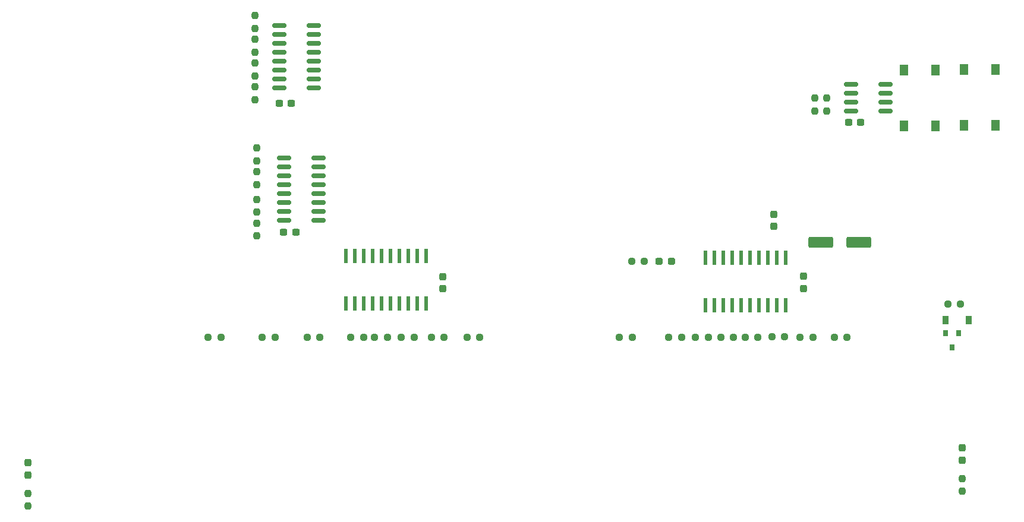
<source format=gbr>
%TF.GenerationSoftware,KiCad,Pcbnew,(6.0.7)*%
%TF.CreationDate,2022-08-20T02:55:52-04:00*%
%TF.ProjectId,Pi_Zero_W_16,50695f5a-6572-46f5-9f57-5f31362e6b69,v1*%
%TF.SameCoordinates,Original*%
%TF.FileFunction,Paste,Top*%
%TF.FilePolarity,Positive*%
%FSLAX46Y46*%
G04 Gerber Fmt 4.6, Leading zero omitted, Abs format (unit mm)*
G04 Created by KiCad (PCBNEW (6.0.7)) date 2022-08-20 02:55:52*
%MOMM*%
%LPD*%
G01*
G04 APERTURE LIST*
G04 Aperture macros list*
%AMRoundRect*
0 Rectangle with rounded corners*
0 $1 Rounding radius*
0 $2 $3 $4 $5 $6 $7 $8 $9 X,Y pos of 4 corners*
0 Add a 4 corners polygon primitive as box body*
4,1,4,$2,$3,$4,$5,$6,$7,$8,$9,$2,$3,0*
0 Add four circle primitives for the rounded corners*
1,1,$1+$1,$2,$3*
1,1,$1+$1,$4,$5*
1,1,$1+$1,$6,$7*
1,1,$1+$1,$8,$9*
0 Add four rect primitives between the rounded corners*
20,1,$1+$1,$2,$3,$4,$5,0*
20,1,$1+$1,$4,$5,$6,$7,0*
20,1,$1+$1,$6,$7,$8,$9,0*
20,1,$1+$1,$8,$9,$2,$3,0*%
G04 Aperture macros list end*
%ADD10RoundRect,0.237500X-0.300000X-0.237500X0.300000X-0.237500X0.300000X0.237500X-0.300000X0.237500X0*%
%ADD11R,0.558800X2.159000*%
%ADD12RoundRect,0.237500X-0.237500X0.287500X-0.237500X-0.287500X0.237500X-0.287500X0.237500X0.287500X0*%
%ADD13RoundRect,0.237500X-0.237500X0.250000X-0.237500X-0.250000X0.237500X-0.250000X0.237500X0.250000X0*%
%ADD14RoundRect,0.237500X0.237500X-0.250000X0.237500X0.250000X-0.237500X0.250000X-0.237500X-0.250000X0*%
%ADD15RoundRect,0.237500X-0.237500X0.300000X-0.237500X-0.300000X0.237500X-0.300000X0.237500X0.300000X0*%
%ADD16RoundRect,0.150000X0.825000X0.150000X-0.825000X0.150000X-0.825000X-0.150000X0.825000X-0.150000X0*%
%ADD17RoundRect,0.250000X-1.500000X-0.550000X1.500000X-0.550000X1.500000X0.550000X-1.500000X0.550000X0*%
%ADD18RoundRect,0.237500X-0.287500X-0.237500X0.287500X-0.237500X0.287500X0.237500X-0.287500X0.237500X0*%
%ADD19RoundRect,0.237500X-0.250000X-0.237500X0.250000X-0.237500X0.250000X0.237500X-0.250000X0.237500X0*%
%ADD20R,0.900000X1.200000*%
%ADD21R,0.800000X0.900000*%
%ADD22R,1.300000X1.550000*%
%ADD23RoundRect,0.237500X0.250000X0.237500X-0.250000X0.237500X-0.250000X-0.237500X0.250000X-0.237500X0*%
G04 APERTURE END LIST*
D10*
%TO.C,C5*%
X-92080900Y53300900D03*
X-90355900Y53300900D03*
%TD*%
D11*
%TO.C,U2*%
X-71203400Y31554100D03*
X-72473400Y31554100D03*
X-73743400Y31554100D03*
X-75013400Y31554100D03*
X-76283400Y31554100D03*
X-77553400Y31554100D03*
X-78823400Y31554100D03*
X-80093400Y31554100D03*
X-81363400Y31554100D03*
X-82633400Y31554100D03*
X-82633400Y24797700D03*
X-81363400Y24797700D03*
X-80093400Y24797700D03*
X-78823400Y24797700D03*
X-77553400Y24797700D03*
X-76283400Y24797700D03*
X-75013400Y24797700D03*
X-73743400Y24797700D03*
X-72473400Y24797700D03*
X-71203400Y24797700D03*
%TD*%
D12*
%TO.C,D3*%
X-127918400Y2120500D03*
X-127918400Y370500D03*
%TD*%
%TO.C,D4*%
X5203400Y4243900D03*
X5203400Y2493900D03*
%TD*%
D13*
%TO.C,R2*%
X-127918400Y-2261600D03*
X-127918400Y-4086600D03*
%TD*%
%TO.C,R3*%
X5203400Y-138200D03*
X5203400Y-1963200D03*
%TD*%
%TO.C,R14*%
X-95543400Y65838400D03*
X-95543400Y64013400D03*
%TD*%
D14*
%TO.C,R12*%
X-95543400Y53863400D03*
X-95543400Y55688400D03*
%TD*%
D15*
%TO.C,C3*%
X-68815800Y28657400D03*
X-68815800Y26932400D03*
%TD*%
D10*
%TO.C,C6*%
X-10970900Y50670900D03*
X-9245900Y50670900D03*
%TD*%
D13*
%TO.C,R5*%
X-14118400Y54063400D03*
X-14118400Y52238400D03*
%TD*%
D16*
%TO.C,U6*%
X-5693400Y52275900D03*
X-5693400Y53545900D03*
X-5693400Y54815900D03*
X-5693400Y56085900D03*
X-10643400Y56085900D03*
X-10643400Y54815900D03*
X-10643400Y53545900D03*
X-10643400Y52275900D03*
%TD*%
D13*
%TO.C,R4*%
X-15818400Y54063400D03*
X-15818400Y52238400D03*
%TD*%
D17*
%TO.C,C2*%
X-14938400Y33550900D03*
X-9538400Y33550900D03*
%TD*%
D18*
%TO.C,D2*%
X-37968400Y30825900D03*
X-36218400Y30825900D03*
%TD*%
D19*
%TO.C,R1*%
X-41905900Y30825900D03*
X-40080900Y30825900D03*
%TD*%
D15*
%TO.C,C7*%
X-21643400Y37538400D03*
X-21643400Y35813400D03*
%TD*%
D13*
%TO.C,R13*%
X-95543400Y59088400D03*
X-95543400Y57263400D03*
%TD*%
D14*
%TO.C,R11*%
X-95543400Y60638400D03*
X-95543400Y62463400D03*
%TD*%
D16*
%TO.C,U4*%
X-87134320Y55505400D03*
X-87134320Y56775400D03*
X-87134320Y58045400D03*
X-87134320Y59315400D03*
X-87134320Y60585400D03*
X-87134320Y61855400D03*
X-87134320Y63125400D03*
X-87134320Y64395400D03*
X-92084320Y64395400D03*
X-92084320Y63125400D03*
X-92084320Y61855400D03*
X-92084320Y60585400D03*
X-92084320Y59315400D03*
X-92084320Y58045400D03*
X-92084320Y56775400D03*
X-92084320Y55505400D03*
%TD*%
D11*
%TO.C,U3*%
X-19932440Y31329220D03*
X-21202440Y31329220D03*
X-22472440Y31329220D03*
X-23742440Y31329220D03*
X-25012440Y31329220D03*
X-26282440Y31329220D03*
X-27552440Y31329220D03*
X-28822440Y31329220D03*
X-30092440Y31329220D03*
X-31362440Y31329220D03*
X-31362440Y24572820D03*
X-30092440Y24572820D03*
X-28822440Y24572820D03*
X-27552440Y24572820D03*
X-26282440Y24572820D03*
X-25012440Y24572820D03*
X-23742440Y24572820D03*
X-22472440Y24572820D03*
X-21202440Y24572820D03*
X-19932440Y24572820D03*
%TD*%
D15*
%TO.C,C4*%
X-17417840Y28666200D03*
X-17417840Y26941200D03*
%TD*%
D20*
%TO.C,D1*%
X2811600Y22450900D03*
X6111600Y22450900D03*
%TD*%
D21*
%TO.C,Q1*%
X4711600Y20550900D03*
X2811600Y20550900D03*
X3761600Y18550900D03*
%TD*%
D19*
%TO.C,R6*%
X3149100Y24750900D03*
X4974100Y24750900D03*
%TD*%
D10*
%TO.C,C8*%
X-91455900Y34943400D03*
X-89730900Y34943400D03*
%TD*%
D14*
%TO.C,R7*%
X-95259320Y34438400D03*
X-95259320Y36263400D03*
%TD*%
D13*
%TO.C,R8*%
X-95259320Y39660300D03*
X-95259320Y37835300D03*
%TD*%
D16*
%TO.C,U5*%
X-86468400Y36630800D03*
X-86468400Y37900800D03*
X-86468400Y39170800D03*
X-86468400Y40440800D03*
X-86468400Y41710800D03*
X-86468400Y42980800D03*
X-86468400Y44250800D03*
X-86468400Y45520800D03*
X-91418400Y45520800D03*
X-91418400Y44250800D03*
X-91418400Y42980800D03*
X-91418400Y41710800D03*
X-91418400Y40440800D03*
X-91418400Y39170800D03*
X-91418400Y37900800D03*
X-91418400Y36630800D03*
%TD*%
D13*
%TO.C,R10*%
X-95259320Y46963400D03*
X-95259320Y45138400D03*
%TD*%
D14*
%TO.C,R9*%
X-95259320Y41760300D03*
X-95259320Y43585300D03*
%TD*%
D22*
%TO.C,SW1*%
X-3093400Y58100900D03*
X-3093400Y50150900D03*
X1406600Y58100900D03*
X1406600Y50150900D03*
%TD*%
%TO.C,SW2*%
X5431600Y50225900D03*
X5431600Y58175900D03*
X9931600Y58175900D03*
X9931600Y50225900D03*
%TD*%
D19*
%TO.C,R20*%
X-74680900Y20025900D03*
X-72855900Y20025900D03*
%TD*%
%TO.C,R26*%
X-29205900Y20025900D03*
X-27380900Y20025900D03*
%TD*%
D23*
%TO.C,R24*%
X-34755900Y20025900D03*
X-36580900Y20025900D03*
%TD*%
D19*
%TO.C,R21*%
X-70405900Y20025900D03*
X-68580900Y20025900D03*
%TD*%
D23*
%TO.C,R19*%
X-76680900Y20025900D03*
X-78505900Y20025900D03*
%TD*%
%TO.C,R23*%
X-41805900Y20025900D03*
X-43630900Y20025900D03*
%TD*%
%TO.C,R18*%
X-80055900Y20025900D03*
X-81880900Y20025900D03*
%TD*%
%TO.C,R25*%
X-30955900Y20025900D03*
X-32780900Y20025900D03*
%TD*%
%TO.C,R15*%
X-100405900Y20025900D03*
X-102230900Y20025900D03*
%TD*%
D19*
%TO.C,R22*%
X-65355900Y20025900D03*
X-63530900Y20025900D03*
%TD*%
%TO.C,R30*%
X-13005900Y20025900D03*
X-11180900Y20025900D03*
%TD*%
%TO.C,R29*%
X-17880900Y20025900D03*
X-16055900Y20025900D03*
%TD*%
%TO.C,R27*%
X-25730900Y20025900D03*
X-23905900Y20025900D03*
%TD*%
D23*
%TO.C,R17*%
X-86280900Y20025900D03*
X-88105900Y20025900D03*
%TD*%
%TO.C,R16*%
X-92705900Y20025900D03*
X-94530900Y20025900D03*
%TD*%
D19*
%TO.C,R28*%
X-21905900Y20050900D03*
X-20080900Y20050900D03*
%TD*%
M02*

</source>
